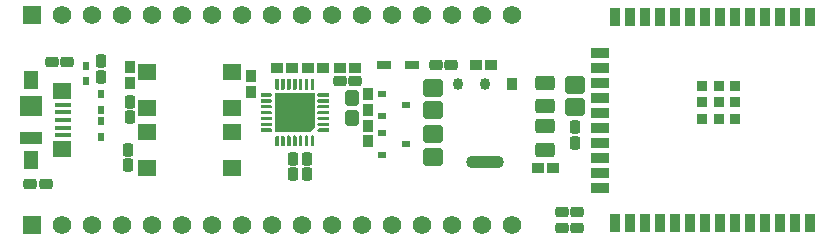
<source format=gts>
G04*
G04 #@! TF.GenerationSoftware,Altium Limited,Altium Designer,23.1.1 (15)*
G04*
G04 Layer_Color=8388736*
%FSLAX44Y44*%
%MOMM*%
G71*
G04*
G04 #@! TF.SameCoordinates,EB36885D-2DDF-469F-ABB7-EBECF6A50CA0*
G04*
G04*
G04 #@! TF.FilePolarity,Negative*
G04*
G01*
G75*
%ADD19R,1.6000X1.4000*%
%ADD20R,0.8000X0.6000*%
%ADD21R,0.9000X1.5000*%
%ADD22R,1.5000X0.9000*%
%ADD23R,0.9000X0.9000*%
%ADD24C,0.2700*%
%ADD25R,0.8721X1.0043*%
G04:AMPARAMS|DCode=26|XSize=1.0043mm|YSize=0.8721mm|CornerRadius=0.4361mm|HoleSize=0mm|Usage=FLASHONLY|Rotation=270.000|XOffset=0mm|YOffset=0mm|HoleType=Round|Shape=RoundedRectangle|*
%AMROUNDEDRECTD26*
21,1,1.0043,0.0000,0,0,270.0*
21,1,0.1322,0.8721,0,0,270.0*
1,1,0.8721,0.0000,-0.0661*
1,1,0.8721,0.0000,0.0661*
1,1,0.8721,0.0000,0.0661*
1,1,0.8721,0.0000,-0.0661*
%
%ADD26ROUNDEDRECTD26*%
G04:AMPARAMS|DCode=27|XSize=1.0043mm|YSize=3.1821mm|CornerRadius=0.4369mm|HoleSize=0mm|Usage=FLASHONLY|Rotation=270.000|XOffset=0mm|YOffset=0mm|HoleType=Round|Shape=RoundedRectangle|*
%AMROUNDEDRECTD27*
21,1,1.0043,2.3084,0,0,270.0*
21,1,0.1306,3.1821,0,0,270.0*
1,1,0.8737,-1.1542,-0.0653*
1,1,0.8737,-1.1542,0.0653*
1,1,0.8737,1.1542,0.0653*
1,1,0.8737,1.1542,-0.0653*
%
%ADD27ROUNDEDRECTD27*%
%ADD28R,1.3000X1.6500*%
%ADD29R,1.9000X1.8000*%
%ADD30R,1.9000X1.0000*%
%ADD31R,1.5500X1.4250*%
%ADD32R,1.3800X0.4500*%
%ADD39R,0.6032X0.6832*%
%ADD40R,1.2432X0.6632*%
G04:AMPARAMS|DCode=41|XSize=1.2132mm|YSize=1.6732mm|CornerRadius=0.2279mm|HoleSize=0mm|Usage=FLASHONLY|Rotation=90.000|XOffset=0mm|YOffset=0mm|HoleType=Round|Shape=RoundedRectangle|*
%AMROUNDEDRECTD41*
21,1,1.2132,1.2175,0,0,90.0*
21,1,0.7575,1.6732,0,0,90.0*
1,1,0.4557,0.6088,0.3787*
1,1,0.4557,0.6088,-0.3787*
1,1,0.4557,-0.6088,-0.3787*
1,1,0.4557,-0.6088,0.3787*
%
%ADD41ROUNDEDRECTD41*%
%ADD42C,3.0150*%
G04:AMPARAMS|DCode=43|XSize=1.7032mm|YSize=1.5032mm|CornerRadius=0.2641mm|HoleSize=0mm|Usage=FLASHONLY|Rotation=0.000|XOffset=0mm|YOffset=0mm|HoleType=Round|Shape=RoundedRectangle|*
%AMROUNDEDRECTD43*
21,1,1.7032,0.9750,0,0,0.0*
21,1,1.1750,1.5032,0,0,0.0*
1,1,0.5282,0.5875,-0.4875*
1,1,0.5282,-0.5875,-0.4875*
1,1,0.5282,-0.5875,0.4875*
1,1,0.5282,0.5875,0.4875*
%
%ADD43ROUNDEDRECTD43*%
G04:AMPARAMS|DCode=44|XSize=1.2032mm|YSize=1.3032mm|CornerRadius=0.2266mm|HoleSize=0mm|Usage=FLASHONLY|Rotation=180.000|XOffset=0mm|YOffset=0mm|HoleType=Round|Shape=RoundedRectangle|*
%AMROUNDEDRECTD44*
21,1,1.2032,0.8500,0,0,180.0*
21,1,0.7500,1.3032,0,0,180.0*
1,1,0.4532,-0.3750,0.4250*
1,1,0.4532,0.3750,0.4250*
1,1,0.4532,0.3750,-0.4250*
1,1,0.4532,-0.3750,-0.4250*
%
%ADD44ROUNDEDRECTD44*%
G04:AMPARAMS|DCode=45|XSize=0.9032mm|YSize=1.1032mm|CornerRadius=0.1891mm|HoleSize=0mm|Usage=FLASHONLY|Rotation=90.000|XOffset=0mm|YOffset=0mm|HoleType=Round|Shape=RoundedRectangle|*
%AMROUNDEDRECTD45*
21,1,0.9032,0.7250,0,0,90.0*
21,1,0.5250,1.1032,0,0,90.0*
1,1,0.3782,0.3625,0.2625*
1,1,0.3782,0.3625,-0.2625*
1,1,0.3782,-0.3625,-0.2625*
1,1,0.3782,-0.3625,0.2625*
%
%ADD45ROUNDEDRECTD45*%
%ADD46R,1.1032X0.9032*%
G04:AMPARAMS|DCode=47|XSize=0.9032mm|YSize=1.1032mm|CornerRadius=0.1891mm|HoleSize=0mm|Usage=FLASHONLY|Rotation=180.000|XOffset=0mm|YOffset=0mm|HoleType=Round|Shape=RoundedRectangle|*
%AMROUNDEDRECTD47*
21,1,0.9032,0.7250,0,0,180.0*
21,1,0.5250,1.1032,0,0,180.0*
1,1,0.3782,-0.2625,0.3625*
1,1,0.3782,0.2625,0.3625*
1,1,0.3782,0.2625,-0.3625*
1,1,0.3782,-0.2625,-0.3625*
%
%ADD47ROUNDEDRECTD47*%
%ADD48R,0.9032X1.1032*%
%ADD49R,1.5700X1.5700*%
%ADD50C,1.5700*%
G36*
X253990Y128700D02*
Y128402D01*
X253762Y127850D01*
X253340Y127428D01*
X252788Y127200D01*
X252192D01*
X251640Y127428D01*
X251218Y127850D01*
X250990Y128402D01*
Y128700D01*
Y136700D01*
X253990D01*
Y128700D01*
D02*
G37*
G36*
X248990D02*
Y128402D01*
X248762Y127850D01*
X248340Y127428D01*
X247788Y127200D01*
X247192D01*
X246640Y127428D01*
X246218Y127850D01*
X245990Y128402D01*
Y128700D01*
Y136700D01*
X248990D01*
Y128700D01*
D02*
G37*
G36*
X243990D02*
Y128402D01*
X243762Y127850D01*
X243340Y127428D01*
X242788Y127200D01*
X242192D01*
X241640Y127428D01*
X241218Y127850D01*
X240990Y128402D01*
Y128700D01*
Y136700D01*
X243990D01*
X243990Y128700D01*
D02*
G37*
G36*
X238990D02*
Y128402D01*
X238762Y127850D01*
X238340Y127428D01*
X237788Y127200D01*
X237192D01*
X236640Y127428D01*
X236218Y127850D01*
X235990Y128402D01*
Y128700D01*
Y136700D01*
X238990D01*
Y128700D01*
D02*
G37*
G36*
X233990D02*
Y128402D01*
X233762Y127850D01*
X233340Y127428D01*
X232788Y127200D01*
X232192D01*
X231640Y127428D01*
X231218Y127850D01*
X230990Y128402D01*
Y128700D01*
X230990D01*
Y136700D01*
X233990D01*
Y128700D01*
D02*
G37*
G36*
X228990D02*
Y128402D01*
X228762Y127850D01*
X228340Y127428D01*
X227788Y127200D01*
X227192D01*
X226640Y127428D01*
X226218Y127850D01*
X225990Y128402D01*
Y128700D01*
Y136700D01*
X228990D01*
Y128700D01*
D02*
G37*
G36*
X223990D02*
Y128402D01*
X223762Y127850D01*
X223340Y127428D01*
X222788Y127200D01*
X222192D01*
X221640Y127428D01*
X221218Y127850D01*
X220990Y128402D01*
Y128700D01*
Y136700D01*
X223990D01*
Y128700D01*
D02*
G37*
G36*
X266240Y121450D02*
X257942D01*
X257390Y121678D01*
X256968Y122100D01*
X256740Y122652D01*
Y122950D01*
Y123248D01*
X256968Y123800D01*
X257390Y124222D01*
X257942Y124450D01*
X266240D01*
Y121450D01*
D02*
G37*
G36*
X217590Y124222D02*
X218012Y123800D01*
X218240Y123248D01*
Y122950D01*
Y122652D01*
X218012Y122100D01*
X217590Y121678D01*
X217038Y121450D01*
X208740D01*
Y124450D01*
X217038D01*
X217590Y124222D01*
D02*
G37*
G36*
X266240Y116450D02*
X257942D01*
X257390Y116678D01*
X256968Y117100D01*
X256740Y117652D01*
Y117950D01*
Y118248D01*
X256968Y118800D01*
X257390Y119222D01*
X257942Y119450D01*
X266240D01*
Y116450D01*
D02*
G37*
G36*
X217590Y119222D02*
X218012Y118800D01*
X218240Y118248D01*
Y117950D01*
Y117652D01*
X218012Y117100D01*
X217590Y116678D01*
X217038Y116450D01*
X208740D01*
Y119450D01*
X217038D01*
X217590Y119222D01*
D02*
G37*
G36*
X266240Y111450D02*
X257942D01*
X257390Y111678D01*
X256968Y112100D01*
X256740Y112652D01*
Y112950D01*
Y113248D01*
X256968Y113800D01*
X257390Y114222D01*
X257942Y114450D01*
X258240D01*
Y114450D01*
X266240D01*
Y111450D01*
D02*
G37*
G36*
X216740Y114450D02*
X217038D01*
X217590Y114222D01*
X218012Y113800D01*
X218240Y113248D01*
Y112950D01*
Y112652D01*
X218012Y112100D01*
X217590Y111678D01*
X217038Y111450D01*
X208740D01*
Y114450D01*
X216740Y114450D01*
D02*
G37*
G36*
X266240Y106450D02*
X257942D01*
X257390Y106678D01*
X256968Y107100D01*
X256740Y107652D01*
Y107950D01*
Y108248D01*
X256968Y108800D01*
X257390Y109222D01*
X257942Y109450D01*
X266240D01*
Y106450D01*
D02*
G37*
G36*
X217590Y109222D02*
X218012Y108800D01*
X218240Y108248D01*
Y107950D01*
Y107652D01*
X218012Y107100D01*
X217590Y106678D01*
X217038Y106450D01*
X208740D01*
Y109450D01*
X217038D01*
X217590Y109222D01*
D02*
G37*
G36*
X266240Y101450D02*
X258240Y101450D01*
X257942D01*
X257390Y101678D01*
X256968Y102100D01*
X256740Y102652D01*
Y102950D01*
Y103248D01*
X256968Y103800D01*
X257390Y104222D01*
X257942Y104450D01*
X266240D01*
Y101450D01*
D02*
G37*
G36*
X217590Y104222D02*
X218012Y103800D01*
X218240Y103248D01*
Y102950D01*
Y102652D01*
X218012Y102100D01*
X217590Y101678D01*
X217038Y101450D01*
X216740D01*
Y101450D01*
X208740D01*
Y104450D01*
X217038D01*
X217590Y104222D01*
D02*
G37*
G36*
X266240Y96450D02*
X257942D01*
X257390Y96678D01*
X256968Y97100D01*
X256740Y97652D01*
Y97950D01*
Y98248D01*
X256968Y98800D01*
X257390Y99222D01*
X257942Y99450D01*
X266240D01*
Y96450D01*
D02*
G37*
G36*
X217590Y99222D02*
X218012Y98800D01*
X218240Y98248D01*
Y97950D01*
Y97652D01*
X218012Y97100D01*
X217590Y96678D01*
X217038Y96450D01*
X208740D01*
Y99450D01*
X217038D01*
X217590Y99222D01*
D02*
G37*
G36*
X266240Y91450D02*
X257942D01*
X257390Y91678D01*
X256968Y92100D01*
X256740Y92652D01*
Y92950D01*
Y93248D01*
X256968Y93800D01*
X257390Y94222D01*
X257942Y94450D01*
X266240D01*
Y91450D01*
D02*
G37*
G36*
X217590Y94222D02*
X218012Y93800D01*
X218240Y93248D01*
Y92950D01*
Y92652D01*
X218012Y92100D01*
X217590Y91678D01*
X217038Y91450D01*
X208740D01*
Y94450D01*
X217038D01*
X217590Y94222D01*
D02*
G37*
G36*
X254240Y94700D02*
X250740Y91200D01*
X220740D01*
Y124700D01*
X254240D01*
Y94700D01*
D02*
G37*
G36*
X253340Y88472D02*
X253762Y88050D01*
X253990Y87498D01*
Y87200D01*
Y79200D01*
X250990D01*
Y87200D01*
Y87498D01*
X251218Y88050D01*
X251640Y88472D01*
X252192Y88700D01*
X252788D01*
X253340Y88472D01*
D02*
G37*
G36*
X248340D02*
X248762Y88050D01*
X248990Y87498D01*
Y87200D01*
Y79200D01*
X245990D01*
Y87200D01*
Y87498D01*
X246218Y88050D01*
X246640Y88472D01*
X247192Y88700D01*
X247788D01*
X248340Y88472D01*
D02*
G37*
G36*
X243340D02*
X243762Y88050D01*
X243990Y87498D01*
Y87200D01*
X243990D01*
Y79200D01*
X240990D01*
Y87200D01*
Y87498D01*
X241218Y88050D01*
X241640Y88472D01*
X242192Y88700D01*
X242788D01*
X243340Y88472D01*
D02*
G37*
G36*
X238340D02*
X238762Y88050D01*
X238990Y87498D01*
Y87200D01*
Y79200D01*
X235990D01*
Y87200D01*
Y87498D01*
X236218Y88050D01*
X236640Y88472D01*
X237192Y88700D01*
X237788D01*
X238340Y88472D01*
D02*
G37*
G36*
X233340D02*
X233762Y88050D01*
X233990Y87498D01*
Y87200D01*
Y79200D01*
X230990D01*
X230990Y87200D01*
Y87498D01*
X231218Y88050D01*
X231640Y88472D01*
X232192Y88700D01*
X232788D01*
X233340Y88472D01*
D02*
G37*
G36*
X228340D02*
X228762Y88050D01*
X228990Y87498D01*
Y87200D01*
Y79200D01*
X225990D01*
Y87200D01*
Y87498D01*
X226218Y88050D01*
X226640Y88472D01*
X227192Y88700D01*
X227788D01*
X228340Y88472D01*
D02*
G37*
G36*
X223340D02*
X223762Y88050D01*
X223990Y87498D01*
Y87200D01*
Y79200D01*
X220990D01*
Y87200D01*
Y87498D01*
X221218Y88050D01*
X221640Y88472D01*
X222192Y88700D01*
X222788D01*
X223340Y88472D01*
D02*
G37*
D19*
X112590Y112000D02*
D03*
X184590D02*
D03*
X112590Y142000D02*
D03*
X184590D02*
D03*
X112590Y61200D02*
D03*
X184590D02*
D03*
X112590Y91200D02*
D03*
X184590D02*
D03*
D20*
X311270Y90780D02*
D03*
Y71780D02*
D03*
X331470Y81280D02*
D03*
X311210Y123800D02*
D03*
Y104800D02*
D03*
X331410Y114300D02*
D03*
D21*
X673630Y189100D02*
D03*
X660930D02*
D03*
X648230D02*
D03*
X635530D02*
D03*
X622830D02*
D03*
X610130D02*
D03*
X597430D02*
D03*
X584730D02*
D03*
X572030D02*
D03*
X559330D02*
D03*
X546630D02*
D03*
X533930D02*
D03*
X521230D02*
D03*
X508530D02*
D03*
Y14100D02*
D03*
X521230D02*
D03*
X533930D02*
D03*
X546630D02*
D03*
X559330D02*
D03*
X572030D02*
D03*
X584730D02*
D03*
X597430D02*
D03*
X610130D02*
D03*
X622830D02*
D03*
X635530D02*
D03*
X648230D02*
D03*
X660930D02*
D03*
X673630D02*
D03*
D22*
X496030Y158750D02*
D03*
Y146050D02*
D03*
Y133350D02*
D03*
Y120650D02*
D03*
Y107950D02*
D03*
Y95250D02*
D03*
Y82550D02*
D03*
Y69850D02*
D03*
Y57150D02*
D03*
Y44450D02*
D03*
D23*
X610430Y130600D02*
D03*
Y116600D02*
D03*
Y102600D02*
D03*
X596430Y130600D02*
D03*
Y116600D02*
D03*
Y102600D02*
D03*
X582430Y130600D02*
D03*
Y116600D02*
D03*
Y102600D02*
D03*
D24*
X261490Y92950D02*
D03*
Y97950D02*
D03*
Y102950D02*
D03*
X264740Y107950D02*
D03*
X261490Y112950D02*
D03*
Y117950D02*
D03*
Y122950D02*
D03*
X252490Y131950D02*
D03*
X247490D02*
D03*
X242490D02*
D03*
X237490Y135200D02*
D03*
X232490Y131950D02*
D03*
X227490D02*
D03*
X222490D02*
D03*
X213490Y122950D02*
D03*
Y117950D02*
D03*
Y112950D02*
D03*
X210740Y107950D02*
D03*
X213490Y102950D02*
D03*
Y97950D02*
D03*
Y92950D02*
D03*
X222490Y83950D02*
D03*
X227490D02*
D03*
X232490D02*
D03*
X237490Y81200D02*
D03*
X242490Y83950D02*
D03*
X247490D02*
D03*
X252490D02*
D03*
D25*
X421680Y132010D02*
D03*
D26*
X398780D02*
D03*
X375880D02*
D03*
D27*
X398780Y66110D02*
D03*
D28*
X14280Y135350D02*
D03*
Y67850D02*
D03*
D29*
Y113100D02*
D03*
D30*
Y86100D02*
D03*
D31*
X40030Y126475D02*
D03*
Y76725D02*
D03*
D32*
X40880Y114600D02*
D03*
Y108100D02*
D03*
Y101600D02*
D03*
Y95100D02*
D03*
Y88600D02*
D03*
D39*
X73660Y87380D02*
D03*
Y100580D02*
D03*
X60960Y147570D02*
D03*
Y134370D02*
D03*
X73660Y123440D02*
D03*
Y110240D02*
D03*
D40*
X313220Y148590D02*
D03*
X337020D02*
D03*
D41*
X449580Y132989D02*
D03*
Y113389D02*
D03*
Y96159D02*
D03*
Y76559D02*
D03*
D42*
X237490Y107950D02*
D03*
D43*
X474980Y131420D02*
D03*
Y112420D02*
D03*
X354330Y109880D02*
D03*
Y128880D02*
D03*
Y70510D02*
D03*
Y89510D02*
D03*
D44*
X285750Y120260D02*
D03*
Y103260D02*
D03*
D45*
X476400Y10160D02*
D03*
X463400D02*
D03*
X275440Y134620D02*
D03*
X288440D02*
D03*
X26667Y47372D02*
D03*
X13667D02*
D03*
X44600Y151130D02*
D03*
X31600D02*
D03*
X356720Y148590D02*
D03*
X369720D02*
D03*
X476400Y24130D02*
D03*
X463400D02*
D03*
D46*
X261770Y146050D02*
D03*
X248770D02*
D03*
X443080Y60960D02*
D03*
X456080D02*
D03*
X288440Y146050D02*
D03*
X275440D02*
D03*
X222100D02*
D03*
X235100D02*
D03*
X391010Y148590D02*
D03*
X404010D02*
D03*
D47*
X97790Y117244D02*
D03*
Y104244D02*
D03*
X73660Y138280D02*
D03*
Y151280D02*
D03*
X474980Y95400D02*
D03*
Y82400D02*
D03*
X96520Y63350D02*
D03*
Y76350D02*
D03*
X236220Y55730D02*
D03*
Y68730D02*
D03*
X247650Y55730D02*
D03*
Y68730D02*
D03*
D48*
X299720Y123340D02*
D03*
Y110340D02*
D03*
X200660Y138580D02*
D03*
Y125580D02*
D03*
X299720Y83670D02*
D03*
Y96670D02*
D03*
X97790Y146200D02*
D03*
Y133200D02*
D03*
D49*
X15240Y190500D02*
D03*
Y12700D02*
D03*
D50*
X40640Y190500D02*
D03*
X66040D02*
D03*
X91440D02*
D03*
X116840D02*
D03*
X142240D02*
D03*
X167640D02*
D03*
X193040D02*
D03*
X218440D02*
D03*
X243840D02*
D03*
X269240D02*
D03*
X294640D02*
D03*
X320040D02*
D03*
X345440D02*
D03*
X370840D02*
D03*
X396240D02*
D03*
X421640D02*
D03*
X40640Y12700D02*
D03*
X66040D02*
D03*
X91440D02*
D03*
X116840D02*
D03*
X142240D02*
D03*
X167640D02*
D03*
X193040D02*
D03*
X218440D02*
D03*
X243840D02*
D03*
X269240D02*
D03*
X294640D02*
D03*
X320040D02*
D03*
X345440D02*
D03*
X370840D02*
D03*
X396240D02*
D03*
X421640D02*
D03*
M02*

</source>
